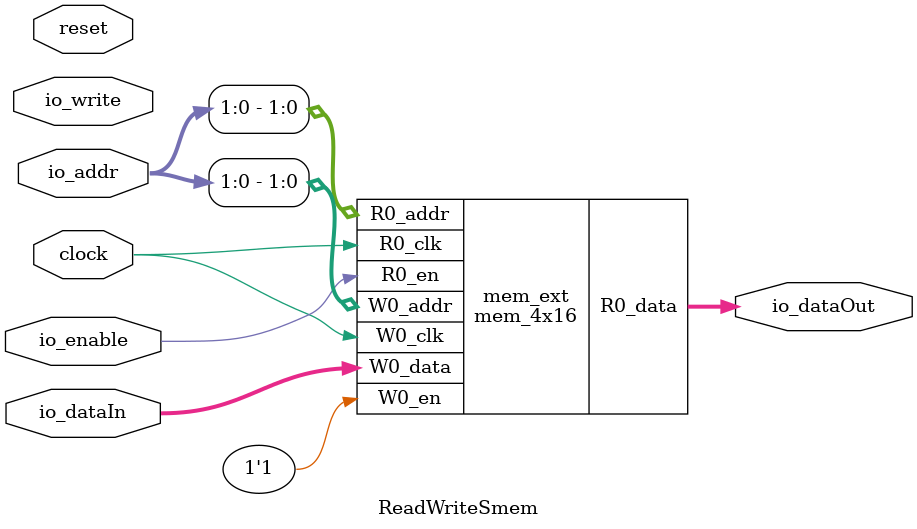
<source format=v>
module mem_4x16(
  input  [1:0]  R0_addr,
  input         R0_en,
                R0_clk,
  input  [1:0]  W0_addr,
  input         W0_en,
                W0_clk,
  input  [15:0] W0_data,
  output [15:0] R0_data
);

  reg [15:0] Memory[0:3];
  reg        _R0_en_d0;
  reg [1:0]  _R0_addr_d0;
  always @(posedge R0_clk) begin
    _R0_en_d0 <= R0_en;
    _R0_addr_d0 <= R0_addr;
  end // always @(posedge)
  always @(posedge W0_clk) begin
    if (W0_en)
      Memory[W0_addr] <= W0_data;
  end // always @(posedge)
  assign R0_data = _R0_en_d0 ? Memory[_R0_addr_d0] : 16'bx;
endmodule

module ReadWriteSmem(
  input         clock,
                reset,
                io_enable,
                io_write,
  input  [9:0]  io_addr,
  input  [15:0] io_dataIn,
  output [15:0] io_dataOut
);

  mem_4x16 mem_ext (
    .R0_addr (io_addr[1:0]),
    .R0_en   (io_enable),
    .R0_clk  (clock),
    .W0_addr (io_addr[1:0]),
    .W0_en   (1'h1),
    .W0_clk  (clock),
    .W0_data (io_dataIn),
    .R0_data (io_dataOut)
  );
endmodule


</source>
